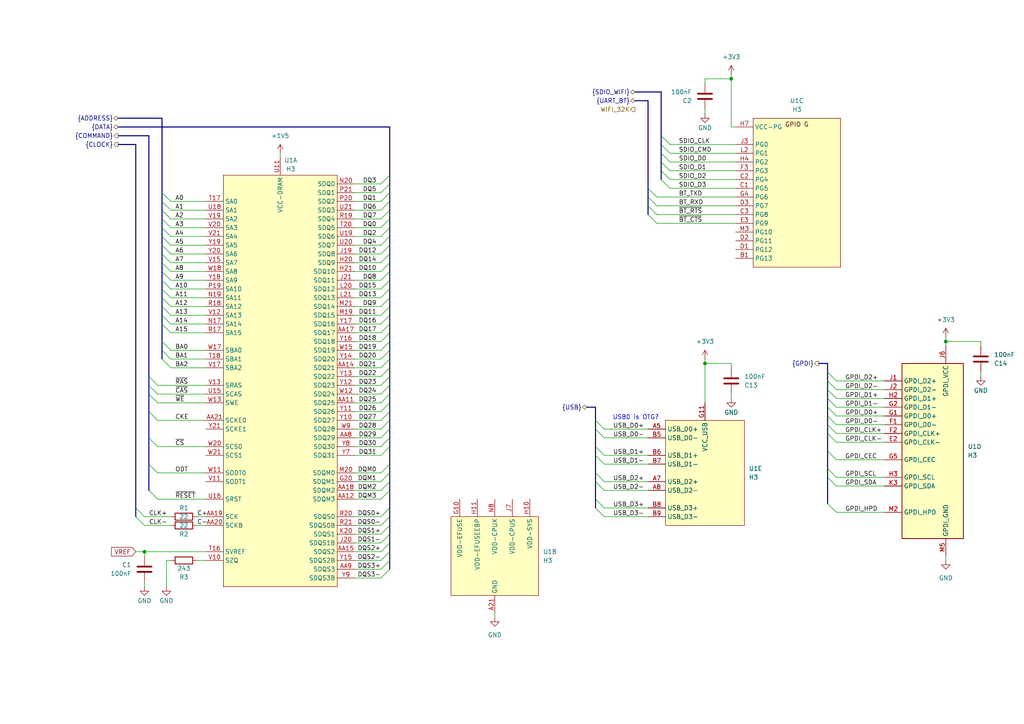
<source format=kicad_sch>
(kicad_sch (version 20250114) (generator "eeschema") (generator_version "9.0")
  (paper "A4")
  (text "USB0 is OTG?" (at 184.404 121.158 0) (effects (font (size 1.27 1.27))))
  (junction (at 212.09 22.86))
  (junction (at 274.32 99.06))
  (junction (at 204.47 105.41))
  (junction (at 41.91 160.02))
  (bus_entry (at 49.53 63.5) (size -2.54 -2.54))
  (bus_entry (at 242.57 123.19) (size -2.54 -2.54))
  (bus_entry (at 110.49 139.7) (size 2.54 -2.54))
  (bus_entry (at 194.31 41.91) (size -2.54 -2.54))
  (bus_entry (at 45.72 121.92) (size -2.54 -2.54))
  (bus_entry (at 110.49 93.98) (size 2.54 -2.54))
  (bus_entry (at 110.49 137.16) (size 2.54 -2.54))
  (bus_entry (at 110.49 154.94) (size 2.54 -2.54))
  (bus_entry (at 110.49 73.66) (size 2.54 -2.54))
  (bus_entry (at 45.72 114.3) (size -2.54 -2.54))
  (bus_entry (at 194.31 44.45) (size -2.54 -2.54))
  (bus_entry (at 242.57 110.49) (size -2.54 -2.54))
  (bus_entry (at 110.49 152.4) (size 2.54 -2.54))
  (bus_entry (at 110.49 149.86) (size 2.54 -2.54))
  (bus_entry (at 110.49 66.04) (size 2.54 -2.54))
  (bus_entry (at 242.57 128.27) (size -2.54 -2.54))
  (bus_entry (at 110.49 83.82) (size 2.54 -2.54))
  (bus_entry (at 110.49 76.2) (size 2.54 -2.54))
  (bus_entry (at 110.49 109.22) (size 2.54 -2.54))
  (bus_entry (at 190.5 64.77) (size -2.54 -2.54))
  (bus_entry (at 110.49 58.42) (size 2.54 -2.54))
  (bus_entry (at 110.49 121.92) (size 2.54 -2.54))
  (bus_entry (at 49.53 78.74) (size -2.54 -2.54))
  (bus_entry (at 110.49 106.68) (size 2.54 -2.54))
  (bus_entry (at 110.49 96.52) (size 2.54 -2.54))
  (bus_entry (at 110.49 132.08) (size 2.54 -2.54))
  (bus_entry (at 41.91 149.86) (size -2.54 -2.54))
  (bus_entry (at 49.53 96.52) (size -2.54 -2.54))
  (bus_entry (at 242.57 148.59) (size -2.54 -2.54))
  (bus_entry (at 110.49 162.56) (size 2.54 -2.54))
  (bus_entry (at 110.49 127) (size 2.54 -2.54))
  (bus_entry (at 242.57 118.11) (size -2.54 -2.54))
  (bus_entry (at 175.26 127) (size -2.54 -2.54))
  (bus_entry (at 45.72 137.16) (size -2.54 -2.54))
  (bus_entry (at 194.31 52.07) (size -2.54 -2.54))
  (bus_entry (at 49.53 104.14) (size -2.54 -2.54))
  (bus_entry (at 110.49 68.58) (size 2.54 -2.54))
  (bus_entry (at 49.53 73.66) (size -2.54 -2.54))
  (bus_entry (at 49.53 83.82) (size -2.54 -2.54))
  (bus_entry (at 175.26 139.7) (size -2.54 -2.54))
  (bus_entry (at 242.57 115.57) (size -2.54 -2.54))
  (bus_entry (at 49.53 91.44) (size -2.54 -2.54))
  (bus_entry (at 110.49 129.54) (size 2.54 -2.54))
  (bus_entry (at 242.57 125.73) (size -2.54 -2.54))
  (bus_entry (at 45.72 129.54) (size -2.54 -2.54))
  (bus_entry (at 43.18 142.24) (size 2.54 2.54))
  (bus_entry (at 242.57 138.43) (size -2.54 -2.54))
  (bus_entry (at 49.53 66.04) (size -2.54 -2.54))
  (bus_entry (at 110.49 91.44) (size 2.54 -2.54))
  (bus_entry (at 49.53 93.98) (size -2.54 -2.54))
  (bus_entry (at 110.49 78.74) (size 2.54 -2.54))
  (bus_entry (at 110.49 142.24) (size 2.54 -2.54))
  (bus_entry (at 110.49 101.6) (size 2.54 -2.54))
  (bus_entry (at 110.49 111.76) (size 2.54 -2.54))
  (bus_entry (at 175.26 142.24) (size -2.54 -2.54))
  (bus_entry (at 194.31 46.99) (size -2.54 -2.54))
  (bus_entry (at 49.53 71.12) (size -2.54 -2.54))
  (bus_entry (at 49.53 76.2) (size -2.54 -2.54))
  (bus_entry (at 45.72 116.84) (size -2.54 -2.54))
  (bus_entry (at 242.57 120.65) (size -2.54 -2.54))
  (bus_entry (at 110.49 71.12) (size 2.54 -2.54))
  (bus_entry (at 49.53 88.9) (size -2.54 -2.54))
  (bus_entry (at 175.26 149.86) (size -2.54 -2.54))
  (bus_entry (at 110.49 124.46) (size 2.54 -2.54))
  (bus_entry (at 110.49 60.96) (size 2.54 -2.54))
  (bus_entry (at 110.49 116.84) (size 2.54 -2.54))
  (bus_entry (at 110.49 53.34) (size 2.54 -2.54))
  (bus_entry (at 110.49 99.06) (size 2.54 -2.54))
  (bus_entry (at 110.49 119.38) (size 2.54 -2.54))
  (bus_entry (at 110.49 160.02) (size 2.54 -2.54))
  (bus_entry (at 175.26 147.32) (size -2.54 -2.54))
  (bus_entry (at 175.26 124.46) (size -2.54 -2.54))
  (bus_entry (at 49.53 106.68) (size -2.54 -2.54))
  (bus_entry (at 110.49 63.5) (size 2.54 -2.54))
  (bus_entry (at 242.57 140.97) (size -2.54 -2.54))
  (bus_entry (at 194.31 54.61) (size -2.54 -2.54))
  (bus_entry (at 45.72 111.76) (size -2.54 -2.54))
  (bus_entry (at 190.5 57.15) (size -2.54 -2.54))
  (bus_entry (at 242.57 113.03) (size -2.54 -2.54))
  (bus_entry (at 110.49 104.14) (size 2.54 -2.54))
  (bus_entry (at 41.91 152.4) (size -2.54 -2.54))
  (bus_entry (at 49.53 86.36) (size -2.54 -2.54))
  (bus_entry (at 110.49 167.64) (size 2.54 -2.54))
  (bus_entry (at 110.49 55.88) (size 2.54 -2.54))
  (bus_entry (at 49.53 60.96) (size -2.54 -2.54))
  (bus_entry (at 49.53 58.42) (size -2.54 -2.54))
  (bus_entry (at 242.57 133.35) (size -2.54 -2.54))
  (bus_entry (at 190.5 62.23) (size -2.54 -2.54))
  (bus_entry (at 110.49 157.48) (size 2.54 -2.54))
  (bus_entry (at 110.49 144.78) (size 2.54 -2.54))
  (bus_entry (at 110.49 81.28) (size 2.54 -2.54))
  (bus_entry (at 49.53 81.28) (size -2.54 -2.54))
  (bus_entry (at 110.49 114.3) (size 2.54 -2.54))
  (bus_entry (at 110.49 86.36) (size 2.54 -2.54))
  (bus_entry (at 190.5 59.69) (size -2.54 -2.54))
  (bus_entry (at 175.26 134.62) (size -2.54 -2.54))
  (bus_entry (at 175.26 132.08) (size -2.54 -2.54))
  (bus_entry (at 110.49 165.1) (size 2.54 -2.54))
  (bus_entry (at 49.53 68.58) (size -2.54 -2.54))
  (bus_entry (at 110.49 88.9) (size 2.54 -2.54))
  (bus_entry (at 194.31 49.53) (size -2.54 -2.54))
  (bus_entry (at 49.53 101.6) (size -2.54 -2.54))
  (bus (pts (xy 113.03 66.04) (xy 113.03 63.5)))
  (wire (pts (xy 102.87 71.12) (xy 110.49 71.12)))
  (wire (pts (xy 102.87 91.44) (xy 110.49 91.44)))
  (bus (pts (xy 191.77 46.99) (xy 191.77 44.45)))
  (bus (pts (xy 113.03 83.82) (xy 113.03 81.28)))
  (wire (pts (xy 204.47 105.41) (xy 212.09 105.41)))
  (wire (pts (xy 102.87 55.88) (xy 110.49 55.88)))
  (bus (pts (xy 46.99 99.06) (xy 46.99 93.98)))
  (bus (pts (xy 46.99 101.6) (xy 46.99 99.06)))
  (bus (pts (xy 113.03 36.83) (xy 34.29 36.83)))
  (bus (pts (xy 191.77 44.45) (xy 191.77 41.91)))
  (wire (pts (xy 45.72 137.16) (xy 59.69 137.16)))
  (wire (pts (xy 45.72 144.78) (xy 59.69 144.78)))
  (bus (pts (xy 43.18 142.24) (xy 43.18 134.62)))
  (wire (pts (xy 102.87 88.9) (xy 110.49 88.9)))
  (wire (pts (xy 204.47 105.41) (xy 204.47 116.84)))
  (bus (pts (xy 46.99 81.28) (xy 46.99 78.74)))
  (bus (pts (xy 43.18 111.76) (xy 43.18 109.22)))
  (bus (pts (xy 46.99 66.04) (xy 46.99 63.5)))
  (wire (pts (xy 41.91 152.4) (xy 49.53 152.4)))
  (bus (pts (xy 113.03 121.92) (xy 113.03 119.38)))
  (wire (pts (xy 81.28 44.45) (xy 81.28 45.72)))
  (wire (pts (xy 102.87 160.02) (xy 110.49 160.02)))
  (wire (pts (xy 57.15 162.56) (xy 59.69 162.56)))
  (bus (pts (xy 113.03 55.88) (xy 113.03 53.34)))
  (bus (pts (xy 39.37 147.32) (xy 39.37 41.91)))
  (bus (pts (xy 113.03 160.02) (xy 113.03 157.48)))
  (wire (pts (xy 41.91 160.02) (xy 41.91 161.29)))
  (bus (pts (xy 43.18 114.3) (xy 43.18 111.76)))
  (wire (pts (xy 102.87 162.56) (xy 110.49 162.56)))
  (wire (pts (xy 102.87 78.74) (xy 110.49 78.74)))
  (wire (pts (xy 102.87 106.68) (xy 110.49 106.68)))
  (bus (pts (xy 113.03 88.9) (xy 113.03 86.36)))
  (bus (pts (xy 113.03 124.46) (xy 113.03 121.92)))
  (wire (pts (xy 49.53 66.04) (xy 59.69 66.04)))
  (wire (pts (xy 102.87 58.42) (xy 110.49 58.42)))
  (bus (pts (xy 113.03 134.62) (xy 113.03 129.54)))
  (bus (pts (xy 46.99 73.66) (xy 46.99 71.12)))
  (bus (pts (xy 187.96 57.15) (xy 187.96 54.61)))
  (bus (pts (xy 172.72 132.08) (xy 172.72 129.54)))
  (wire (pts (xy 102.87 139.7) (xy 110.49 139.7)))
  (wire (pts (xy 204.47 31.75) (xy 204.47 33.02)))
  (bus (pts (xy 240.03 118.11) (xy 240.03 115.57)))
  (wire (pts (xy 274.32 161.29) (xy 274.32 162.56)))
  (bus (pts (xy 113.03 91.44) (xy 113.03 88.9)))
  (wire (pts (xy 102.87 81.28) (xy 110.49 81.28)))
  (bus (pts (xy 240.03 146.05) (xy 240.03 138.43)))
  (bus (pts (xy 191.77 39.37) (xy 191.77 26.67)))
  (wire (pts (xy 102.87 142.24) (xy 110.49 142.24)))
  (bus (pts (xy 39.37 149.86) (xy 39.37 147.32)))
  (bus (pts (xy 113.03 86.36) (xy 113.03 83.82)))
  (bus (pts (xy 113.03 53.34) (xy 113.03 50.8)))
  (wire (pts (xy 102.87 63.5) (xy 110.49 63.5)))
  (bus (pts (xy 187.96 29.21) (xy 184.15 29.21)))
  (wire (pts (xy 49.53 86.36) (xy 59.69 86.36)))
  (bus (pts (xy 113.03 129.54) (xy 113.03 127)))
  (wire (pts (xy 242.57 133.35) (xy 256.54 133.35)))
  (bus (pts (xy 113.03 142.24) (xy 113.03 139.7)))
  (bus (pts (xy 240.03 115.57) (xy 240.03 113.03)))
  (bus (pts (xy 46.99 60.96) (xy 46.99 58.42)))
  (bus (pts (xy 43.18 127) (xy 43.18 119.38)))
  (wire (pts (xy 45.72 111.76) (xy 59.69 111.76)))
  (wire (pts (xy 242.57 148.59) (xy 256.54 148.59)))
  (bus (pts (xy 46.99 93.98) (xy 46.99 91.44)))
  (wire (pts (xy 175.26 147.32) (xy 187.96 147.32)))
  (wire (pts (xy 175.26 124.46) (xy 187.96 124.46)))
  (bus (pts (xy 113.03 109.22) (xy 113.03 106.68)))
  (bus (pts (xy 113.03 101.6) (xy 113.03 99.06)))
  (wire (pts (xy 242.57 128.27) (xy 256.54 128.27)))
  (bus (pts (xy 113.03 99.06) (xy 113.03 96.52)))
  (bus (pts (xy 39.37 41.91) (xy 34.29 41.91)))
  (bus (pts (xy 113.03 71.12) (xy 113.03 68.58)))
  (bus (pts (xy 113.03 93.98) (xy 113.03 91.44)))
  (wire (pts (xy 102.87 167.64) (xy 110.49 167.64)))
  (wire (pts (xy 45.72 129.54) (xy 59.69 129.54)))
  (wire (pts (xy 102.87 111.76) (xy 110.49 111.76)))
  (bus (pts (xy 172.72 137.16) (xy 172.72 132.08)))
  (wire (pts (xy 57.15 149.86) (xy 59.69 149.86)))
  (bus (pts (xy 113.03 154.94) (xy 113.03 152.4)))
  (bus (pts (xy 113.03 162.56) (xy 113.03 160.02)))
  (bus (pts (xy 172.72 124.46) (xy 172.72 121.92)))
  (wire (pts (xy 41.91 149.86) (xy 49.53 149.86)))
  (wire (pts (xy 41.91 168.91) (xy 41.91 170.18)))
  (bus (pts (xy 172.72 139.7) (xy 172.72 137.16)))
  (wire (pts (xy 175.26 134.62) (xy 187.96 134.62)))
  (wire (pts (xy 49.53 88.9) (xy 59.69 88.9)))
  (bus (pts (xy 113.03 137.16) (xy 113.03 134.62)))
  (wire (pts (xy 102.87 109.22) (xy 110.49 109.22)))
  (wire (pts (xy 48.26 162.56) (xy 49.53 162.56)))
  (bus (pts (xy 113.03 73.66) (xy 113.03 71.12)))
  (wire (pts (xy 212.09 21.59) (xy 212.09 22.86)))
  (wire (pts (xy 41.91 160.02) (xy 59.69 160.02)))
  (wire (pts (xy 49.53 68.58) (xy 59.69 68.58)))
  (wire (pts (xy 57.15 152.4) (xy 59.69 152.4)))
  (bus (pts (xy 43.18 134.62) (xy 43.18 127)))
  (bus (pts (xy 240.03 125.73) (xy 240.03 123.19)))
  (bus (pts (xy 113.03 147.32) (xy 113.03 142.24)))
  (wire (pts (xy 242.57 120.65) (xy 256.54 120.65)))
  (wire (pts (xy 49.53 58.42) (xy 59.69 58.42)))
  (bus (pts (xy 46.99 83.82) (xy 46.99 81.28)))
  (bus (pts (xy 240.03 130.81) (xy 240.03 125.73)))
  (wire (pts (xy 102.87 96.52) (xy 110.49 96.52)))
  (bus (pts (xy 43.18 119.38) (xy 43.18 114.3)))
  (wire (pts (xy 102.87 144.78) (xy 110.49 144.78)))
  (wire (pts (xy 48.26 170.18) (xy 48.26 162.56)))
  (wire (pts (xy 102.87 73.66) (xy 110.49 73.66)))
  (bus (pts (xy 191.77 52.07) (xy 191.77 49.53)))
  (wire (pts (xy 242.57 118.11) (xy 256.54 118.11)))
  (bus (pts (xy 113.03 119.38) (xy 113.03 116.84)))
  (wire (pts (xy 284.48 99.06) (xy 284.48 100.33)))
  (wire (pts (xy 102.87 154.94) (xy 110.49 154.94)))
  (wire (pts (xy 102.87 132.08) (xy 110.49 132.08)))
  (bus (pts (xy 240.03 107.95) (xy 240.03 105.41)))
  (bus (pts (xy 46.99 71.12) (xy 46.99 68.58)))
  (wire (pts (xy 102.87 165.1) (xy 110.49 165.1)))
  (bus (pts (xy 113.03 157.48) (xy 113.03 154.94)))
  (wire (pts (xy 102.87 101.6) (xy 110.49 101.6)))
  (bus (pts (xy 46.99 63.5) (xy 46.99 60.96)))
  (wire (pts (xy 102.87 116.84) (xy 110.49 116.84)))
  (bus (pts (xy 240.03 135.89) (xy 240.03 130.81)))
  (bus (pts (xy 172.72 144.78) (xy 172.72 139.7)))
  (bus (pts (xy 172.72 121.92) (xy 172.72 118.11)))
  (wire (pts (xy 102.87 114.3) (xy 110.49 114.3)))
  (wire (pts (xy 212.09 114.3) (xy 212.09 115.57)))
  (bus (pts (xy 240.03 123.19) (xy 240.03 120.65)))
  (wire (pts (xy 175.26 127) (xy 187.96 127)))
  (bus (pts (xy 113.03 81.28) (xy 113.03 78.74)))
  (wire (pts (xy 102.87 83.82) (xy 110.49 83.82)))
  (wire (pts (xy 175.26 149.86) (xy 187.96 149.86)))
  (wire (pts (xy 102.87 93.98) (xy 110.49 93.98)))
  (wire (pts (xy 190.5 59.69) (xy 213.36 59.69)))
  (bus (pts (xy 113.03 68.58) (xy 113.03 66.04)))
  (bus (pts (xy 46.99 34.29) (xy 34.29 34.29)))
  (bus (pts (xy 191.77 49.53) (xy 191.77 46.99)))
  (bus (pts (xy 113.03 78.74) (xy 113.03 76.2)))
  (wire (pts (xy 49.53 63.5) (xy 59.69 63.5)))
  (wire (pts (xy 49.53 78.74) (xy 59.69 78.74)))
  (bus (pts (xy 46.99 88.9) (xy 46.99 86.36)))
  (wire (pts (xy 194.31 44.45) (xy 213.36 44.45)))
  (wire (pts (xy 41.91 160.02) (xy 39.37 160.02)))
  (bus (pts (xy 113.03 111.76) (xy 113.03 109.22)))
  (bus (pts (xy 113.03 50.8) (xy 113.03 36.83)))
  (bus (pts (xy 187.96 62.23) (xy 187.96 59.69)))
  (wire (pts (xy 49.53 104.14) (xy 59.69 104.14)))
  (wire (pts (xy 49.53 71.12) (xy 59.69 71.12)))
  (wire (pts (xy 49.53 101.6) (xy 59.69 101.6)))
  (wire (pts (xy 49.53 83.82) (xy 59.69 83.82)))
  (bus (pts (xy 172.72 118.11) (xy 170.18 118.11)))
  (wire (pts (xy 49.53 91.44) (xy 59.69 91.44)))
  (bus (pts (xy 113.03 114.3) (xy 113.03 111.76)))
  (bus (pts (xy 113.03 165.1) (xy 113.03 162.56)))
  (bus (pts (xy 113.03 152.4) (xy 113.03 149.86)))
  (bus (pts (xy 46.99 55.88) (xy 46.99 34.29)))
  (bus (pts (xy 113.03 104.14) (xy 113.03 101.6)))
  (wire (pts (xy 45.72 114.3) (xy 59.69 114.3)))
  (bus (pts (xy 187.96 54.61) (xy 187.96 29.21)))
  (wire (pts (xy 102.87 149.86) (xy 110.49 149.86)))
  (wire (pts (xy 143.51 177.8) (xy 143.51 179.07)))
  (bus (pts (xy 43.18 109.22) (xy 43.18 39.37)))
  (wire (pts (xy 49.53 76.2) (xy 59.69 76.2)))
  (wire (pts (xy 175.26 142.24) (xy 187.96 142.24)))
  (wire (pts (xy 102.87 119.38) (xy 110.49 119.38)))
  (bus (pts (xy 43.18 39.37) (xy 34.29 39.37)))
  (bus (pts (xy 240.03 105.41) (xy 237.49 105.41)))
  (wire (pts (xy 274.32 99.06) (xy 274.32 97.79)))
  (bus (pts (xy 113.03 60.96) (xy 113.03 58.42)))
  (wire (pts (xy 190.5 62.23) (xy 213.36 62.23)))
  (wire (pts (xy 242.57 113.03) (xy 256.54 113.03)))
  (bus (pts (xy 113.03 76.2) (xy 113.03 73.66)))
  (wire (pts (xy 49.53 73.66) (xy 59.69 73.66)))
  (bus (pts (xy 172.72 147.32) (xy 172.72 144.78)))
  (bus (pts (xy 172.72 129.54) (xy 172.72 124.46)))
  (bus (pts (xy 113.03 63.5) (xy 113.03 60.96)))
  (bus (pts (xy 113.03 149.86) (xy 113.03 147.32)))
  (wire (pts (xy 274.32 99.06) (xy 284.48 99.06)))
  (wire (pts (xy 102.87 104.14) (xy 110.49 104.14)))
  (wire (pts (xy 49.53 81.28) (xy 59.69 81.28)))
  (bus (pts (xy 240.03 113.03) (xy 240.03 110.49)))
  (wire (pts (xy 190.5 57.15) (xy 213.36 57.15)))
  (wire (pts (xy 242.57 125.73) (xy 256.54 125.73)))
  (bus (pts (xy 240.03 120.65) (xy 240.03 118.11)))
  (wire (pts (xy 194.31 52.07) (xy 213.36 52.07)))
  (wire (pts (xy 102.87 152.4) (xy 110.49 152.4)))
  (bus (pts (xy 46.99 104.14) (xy 46.99 101.6)))
  (bus (pts (xy 46.99 86.36) (xy 46.99 83.82)))
  (bus (pts (xy 191.77 41.91) (xy 191.77 39.37)))
  (wire (pts (xy 190.5 64.77) (xy 213.36 64.77)))
  (bus (pts (xy 46.99 91.44) (xy 46.99 88.9)))
  (bus (pts (xy 113.03 58.42) (xy 113.03 55.88)))
  (wire (pts (xy 212.09 36.83) (xy 213.36 36.83)))
  (bus (pts (xy 113.03 127) (xy 113.03 124.46)))
  (bus (pts (xy 113.03 106.68) (xy 113.03 104.14)))
  (bus (pts (xy 187.96 59.69) (xy 187.96 57.15)))
  (wire (pts (xy 102.87 86.36) (xy 110.49 86.36)))
  (wire (pts (xy 204.47 22.86) (xy 204.47 24.13)))
  (wire (pts (xy 242.57 140.97) (xy 256.54 140.97)))
  (bus (pts (xy 46.99 78.74) (xy 46.99 76.2)))
  (wire (pts (xy 175.26 139.7) (xy 187.96 139.7)))
  (wire (pts (xy 102.87 129.54) (xy 110.49 129.54)))
  (wire (pts (xy 242.57 110.49) (xy 256.54 110.49)))
  (bus (pts (xy 113.03 139.7) (xy 113.03 137.16)))
  (bus (pts (xy 46.99 76.2) (xy 46.99 73.66)))
  (wire (pts (xy 194.31 49.53) (xy 213.36 49.53)))
  (wire (pts (xy 175.26 132.08) (xy 187.96 132.08)))
  (wire (pts (xy 194.31 54.61) (xy 213.36 54.61)))
  (wire (pts (xy 204.47 104.14) (xy 204.47 105.41)))
  (bus (pts (xy 113.03 96.52) (xy 113.03 93.98)))
  (wire (pts (xy 49.53 93.98) (xy 59.69 93.98)))
  (wire (pts (xy 194.31 41.91) (xy 213.36 41.91)))
  (wire (pts (xy 102.87 157.48) (xy 110.49 157.48)))
  (wire (pts (xy 102.87 124.46) (xy 110.49 124.46)))
  (wire (pts (xy 102.87 76.2) (xy 110.49 76.2)))
  (bus (pts (xy 46.99 58.42) (xy 46.99 55.88)))
  (wire (pts (xy 102.87 60.96) (xy 110.49 60.96)))
  (wire (pts (xy 212.09 22.86) (xy 212.09 36.83)))
  (wire (pts (xy 45.72 116.84) (xy 59.69 116.84)))
  (wire (pts (xy 212.09 105.41) (xy 212.09 106.68)))
  (bus (pts (xy 240.03 138.43) (xy 240.03 135.89)))
  (wire (pts (xy 102.87 99.06) (xy 110.49 99.06)))
  (wire (pts (xy 102.87 66.04) (xy 110.49 66.04)))
  (wire (pts (xy 45.72 121.92) (xy 59.69 121.92)))
  (bus (pts (xy 191.77 26.67) (xy 184.15 26.67)))
  (wire (pts (xy 242.57 138.43) (xy 256.54 138.43)))
  (wire (pts (xy 242.57 115.57) (xy 256.54 115.57)))
  (bus (pts (xy 240.03 110.49) (xy 240.03 107.95)))
  (wire (pts (xy 102.87 53.34) (xy 110.49 53.34)))
  (wire (pts (xy 102.87 121.92) (xy 110.49 121.92)))
  (wire (pts (xy 49.53 106.68) (xy 59.69 106.68)))
  (wire (pts (xy 49.53 96.52) (xy 59.69 96.52)))
  (wire (pts (xy 242.57 123.19) (xy 256.54 123.19)))
  (bus (pts (xy 113.03 116.84) (xy 113.03 114.3)))
  (wire (pts (xy 102.87 137.16) (xy 110.49 137.16)))
  (bus (pts (xy 46.99 68.58) (xy 46.99 66.04)))
  (wire (pts (xy 102.87 68.58) (xy 110.49 68.58)))
  (wire (pts (xy 284.48 107.95) (xy 284.48 109.22)))
  (wire (pts (xy 204.47 22.86) (xy 212.09 22.86)))
  (wire (pts (xy 102.87 127) (xy 110.49 127)))
  (wire (pts (xy 194.31 46.99) (xy 213.36 46.99)))
  (wire (pts (xy 274.32 99.06) (xy 274.32 100.33)))
  (wire (pts (xy 49.53 60.96) (xy 59.69 60.96)))
  (label "DQ6" (at 109.22 60.96 180))
  (label "DQM3" (at 109.22 144.78 180))
  (label "~{BT_CTS}" (at 196.85 64.77 0))
  (label "DQ9" (at 109.22 88.9 180))
  (label "DQS0-" (at 110.49 152.4 180))
  (label "A7" (at 50.8 76.2 0))
  (label "DQ5" (at 109.22 55.88 180))
  (label "DQ27" (at 109.22 121.92 180))
  (label "DQ11" (at 109.22 91.44 180))
  (label "A5" (at 50.8 71.12 0))
  (label "GPDI_D1-" (at 245.11 118.11 0))
  (label "SDIO_D0" (at 196.85 46.99 0))
  (label "GPDI_HPD" (at 245.11 148.59 0))
  (label "SDIO_D1" (at 196.85 49.53 0))
  (label "~{CAS}" (at 50.8 114.3 0))
  (label "CLK+" (at 43.18 149.86 0))
  (label "GPDI_SDA" (at 245.11 140.97 0))
  (label "~{BT_RTS}" (at 196.85 62.23 0))
  (label "DQM0" (at 109.22 137.16 180))
  (label "BT_TXD" (at 196.85 57.15 0))
  (label "DQ23" (at 109.22 111.76 180))
  (label "USB_D2+" (at 177.8 139.7 0))
  (label "DQS3+" (at 110.49 165.1 180))
  (label "DQ31" (at 109.22 132.08 180))
  (label "A0" (at 50.8 58.42 0))
  (label "DQ2" (at 109.22 68.58 180))
  (label "SDIO_CMD" (at 196.85 44.45 0))
  (label "DQ0" (at 109.22 66.04 180))
  (label "A1" (at 50.8 60.96 0))
  (label "GPDI_D2-" (at 245.11 113.03 0))
  (label "USB_D0-" (at 177.8 127 0))
  (label "~{RAS}" (at 50.8 111.76 0))
  (label "DQS1-" (at 110.49 157.48 180))
  (label "DQ12" (at 109.22 73.66 180))
  (label "DQS2+" (at 110.49 160.02 180))
  (label "USB_D3-" (at 177.8 149.86 0))
  (label "DQ7" (at 109.22 63.5 180))
  (label "DQ10" (at 109.22 78.74 180))
  (label "GPDI_CLK-" (at 245.11 128.27 0))
  (label "DQ19" (at 109.22 101.6 180))
  (label "DQ14" (at 109.22 76.2 180))
  (label "A3" (at 50.8 66.04 0))
  (label "A10" (at 50.8 83.82 0))
  (label "A9" (at 50.8 81.28 0))
  (label "DQM1" (at 109.22 139.7 180))
  (label "USB_D2-" (at 177.8 142.24 0))
  (label "A11" (at 50.8 86.36 0))
  (label "~{RESET}" (at 50.8 144.78 0))
  (label "USB_D0+" (at 177.8 124.46 0))
  (label "A6" (at 50.8 73.66 0))
  (label "A15" (at 50.8 96.52 0))
  (label "~{CS}" (at 50.8 129.54 0))
  (label "GPDI_CLK+" (at 245.11 125.73 0))
  (label "DQ30" (at 109.22 129.54 180))
  (label "SDIO_D2" (at 196.85 52.07 0))
  (label "DQ20" (at 109.22 104.14 180))
  (label "A13" (at 50.8 91.44 0))
  (label "DQ1" (at 109.22 58.42 180))
  (label "GPDI_CEC" (at 245.11 133.35 0))
  (label "GPDI_D2+" (at 245.11 110.49 0))
  (label "DQ24" (at 109.22 114.3 180))
  (label "BA0" (at 50.8 101.6 0))
  (label "DQS0+" (at 110.49 149.86 180))
  (label "A4" (at 50.8 68.58 0))
  (label "DQ21" (at 109.22 106.68 180))
  (label "GPDI_D0-" (at 245.11 123.19 0))
  (label "DQ22" (at 109.22 109.22 180))
  (label "DQ13" (at 109.22 86.36 180))
  (label "DQ26" (at 109.22 119.38 180))
  (label "GPDI_D1+" (at 245.11 115.57 0))
  (label "USB_D1+" (at 177.8 132.08 0))
  (label "A8" (at 50.8 78.74 0))
  (label "A2" (at 50.8 63.5 0))
  (label "GPDI_D0+" (at 245.11 120.65 0))
  (label "DQ16" (at 109.22 93.98 180))
  (label "DQ18" (at 109.22 99.06 180))
  (label "BT_RXD" (at 196.85 59.69 0))
  (label "DQ17" (at 109.22 96.52 180))
  (label "SDIO_CLK" (at 196.85 41.91 0))
  (label "USB_D3+" (at 177.8 147.32 0))
  (label "DQ3" (at 109.22 53.34 180))
  (label "DQS2-" (at 110.49 162.56 180))
  (label "SDIO_D3" (at 196.85 54.61 0))
  (label "USB_D1-" (at 177.8 134.62 0))
  (label "DQS3-" (at 110.49 167.64 180))
  (label "DQS1+" (at 110.49 154.94 180))
  (label "C+" (at 57.15 149.86 0))
  (label "DQ4" (at 109.22 71.12 180))
  (label "A14" (at 50.8 93.98 0))
  (label "DQ29" (at 109.22 127 180))
  (label "DQ8" (at 109.22 81.28 180))
  (label "ODT" (at 50.8 137.16 0))
  (label "BA2" (at 50.8 106.68 0))
  (label "CLK-" (at 43.18 152.4 0))
  (label "CKE" (at 50.8 121.92 0))
  (label "DQ15" (at 109.22 83.82 180))
  (label "~{WE}" (at 50.8 116.84 0))
  (label "BA1" (at 50.8 104.14 0))
  (label "GPDI_SCL" (at 245.11 138.43 0))
  (label "DQM2" (at 109.22 142.24 180))
  (label "A12" (at 50.8 88.9 0))
  (label "DQ25" (at 109.22 116.84 180))
  (label "C-" (at 57.15 152.4 0))
  (label "DQ28" (at 109.22 124.46 180))
  (global_label "VREF" (shape input) (at 39.37 160.02 180) (property "Intersheetrefs" "${INTERSHEET_REFS}" (effects (hide yes))))
  (hierarchical_label "{USB}" (shape bidirectional) (at 170.18 118.11 180))
  (hierarchical_label "{DATA}" (shape bidirectional) (at 34.29 36.83 180))
  (hierarchical_label "{ADDRESS}" (shape bidirectional) (at 34.29 34.29 180))
  (hierarchical_label "{UART_BT}" (shape bidirectional) (at 184.15 29.21 180))
  (hierarchical_label "{SDIO_WIFI}" (shape bidirectional) (at 184.15 26.67 180))
  (hierarchical_label "{CLOCK}" (shape output) (at 34.29 41.91 180))
  (hierarchical_label "{COMMAND}" (shape output) (at 34.29 39.37 180))
  (hierarchical_label "WIFI_32K" (shape output) (at 184.15 31.75 180))
  (hierarchical_label "{GPDI}" (shape output) (at 237.49 105.41 180))
  (symbol (lib_id "power:GND") (at 48.26 170.18 0) (mirror y) (unit 1)
    (property "Reference" "#PWR02" (effects (hide yes)))
    (property "Value" "GND" (at 48.26 174.244 0))
    (property "Description" "Power symbol creates a global label with name \"GND\" , ground" (effects (hide yes)))
  )
  (symbol (lib_id "power:GND") (at 212.09 115.57 0) (mirror y) (unit 1)
    (property "Reference" "#PWR023" (effects (hide yes)))
    (property "Value" "GND" (at 212.09 119.634 0))
    (property "Description" "Power symbol creates a global label with name \"GND\" , ground" (effects (hide yes)))
  )
  (symbol (lib_id "power:+3V3") (at 212.09 21.59 0) (unit 1)
    (property "Reference" "#PWR06" (effects (hide yes)))
    (property "Value" "+3V3" (at 212.09 16.51 0))
    (property "Description" "Power symbol creates a global label with name \"+3V3\"" (effects (hide yes)))
  )
  (symbol (lib_id "power:GND") (at 284.48 109.22 0) (mirror y) (unit 1)
    (property "Reference" "#PWR027" (effects (hide yes)))
    (property "Value" "GND" (at 284.48 113.284 0))
    (property "Description" "Power symbol creates a global label with name \"GND\" , ground" (effects (hide yes)))
  )
  (symbol (lib_id "Device:R") (at 53.34 149.86 90) (unit 1)
    (property "Reference" "R1" (at 53.34 147.32 90))
    (property "Value" "22" (at 53.34 149.86 90))
    (property "Footprint" "Resistor_SMD:R_0402_1005Metric" (effects (hide yes)))
    (property "Description" "Resistor" (effects (hide yes)))
  )
  (symbol (lib_id "power:GND") (at 204.47 33.02 0) (unit 1)
    (property "Reference" "#PWR05" (effects (hide yes)))
    (property "Value" "GND" (at 204.47 37.084 0))
    (property "Description" "Power symbol creates a global label with name \"GND\" , ground" (effects (hide yes)))
  )
  (symbol (lib_id "power:GND") (at 274.32 162.56 0) (unit 1)
    (property "Reference" "#PWR025" (effects (hide yes)))
    (property "Value" "GND" (at 274.32 167.64 0))
    (property "Description" "Power symbol creates a global label with name \"GND\" , ground" (effects (hide yes)))
  )
  (symbol (lib_id "cm0:H3") (at 81.28 113.03 0) (unit 1)
    (property "Reference" "U1" (at 84.328 46.482 0))
    (property "Value" "H3" (at 84.328 49.022 0))
    (property "Footprint" "cm0:FBGA-347_14x14mm_Layout21x21_P0.65mm" (effects (hide yes)))
    (property "Datasheet" "https://linux-sunxi.org/images/4/4b/Allwinner_H3_Datasheet_V1.2.pdf" (effects (hide yes)))
    (property "Description" "Allwinner Tech H3 Quad-Core Processor" (effects (hide yes)))
    (property "LCSC Part #" "C94644" (effects (hide yes)))
  )
  (symbol (lib_id "Device:R") (at 53.34 162.56 90) (mirror x) (unit 1)
    (property "Reference" "R3" (at 53.34 167.386 90))
    (property "Value" "243" (at 53.34 164.846 90))
    (property "Footprint" "Resistor_SMD:R_0603_1608Metric" (effects (hide yes)))
    (property "Description" "Resistor" (effects (hide yes)))
  )
  (symbol (lib_id "power:GND") (at 143.51 179.07 0) (unit 1)
    (property "Reference" "#PWR04" (effects (hide yes)))
    (property "Value" "GND" (at 143.51 184.15 0))
    (property "Description" "Power symbol creates a global label with name \"GND\" , ground" (effects (hide yes)))
  )
  (symbol (lib_id "Device:C") (at 41.91 165.1 0) (mirror y) (unit 1)
    (property "Reference" "C1" (at 38.1 163.8299 0) (effects (justify left)))
    (property "Value" "100nF" (at 38.1 166.3699 0) (effects (justify left)))
    (property "Footprint" "Capacitor_SMD:C_0402_1005Metric" (effects (hide yes)))
    (property "Description" "Unpolarized capacitor" (effects (hide yes)))
  )
  (symbol (lib_name "H3_1") (lib_id "cm0:H3") (at 231.14 55.88 0) (mirror y) (unit 3)
    (property "Reference" "U1" (at 231.14 29.21 0))
    (property "Value" "H3" (at 231.14 31.75 0))
    (property "Footprint" "cm0:FBGA-347_14x14mm_Layout21x21_P0.65mm" (effects (hide yes)))
    (property "Datasheet" "https://linux-sunxi.org/images/4/4b/Allwinner_H3_Datasheet_V1.2.pdf" (effects (hide yes)))
    (property "Description" "Allwinner Tech H3 Quad-Core Processor" (effects (hide yes)))
    (property "LCSC Part #" "C94644" (effects (hide yes)))
  )
  (symbol (lib_id "cm0:H3") (at 143.51 161.29 0) (unit 2)
    (property "Reference" "U1" (at 157.48 160.0199 0) (effects (justify left)))
    (property "Value" "H3" (at 157.48 162.5599 0) (effects (justify left)))
    (property "Footprint" "cm0:FBGA-347_14x14mm_Layout21x21_P0.65mm" (effects (hide yes)))
    (property "Datasheet" "https://linux-sunxi.org/images/4/4b/Allwinner_H3_Datasheet_V1.2.pdf" (effects (hide yes)))
    (property "Description" "Allwinner Tech H3 Quad-Core Processor" (effects (hide yes)))
    (property "LCSC Part #" "C94644" (effects (hide yes)))
  )
  (symbol (lib_id "Device:C") (at 204.47 27.94 180) (unit 1)
    (property "Reference" "C2" (at 200.66 29.2101 0) (effects (justify left)))
    (property "Value" "100nF" (at 200.66 26.6701 0) (effects (justify left)))
    (property "Footprint" "Capacitor_SMD:C_0402_1005Metric" (effects (hide yes)))
    (property "Description" "Unpolarized capacitor" (effects (hide yes)))
  )
  (symbol (lib_id "Device:R") (at 53.34 152.4 270) (unit 1)
    (property "Reference" "R2" (at 53.34 154.94 90))
    (property "Value" "22" (at 53.34 152.4 90))
    (property "Footprint" "Resistor_SMD:R_0402_1005Metric" (effects (hide yes)))
    (property "Description" "Resistor" (effects (hide yes)))
  )
  (symbol (lib_id "Device:C") (at 212.09 110.49 0) (mirror x) (unit 1)
    (property "Reference" "C13" (at 215.9 111.7601 0) (effects (justify left)))
    (property "Value" "100nF" (at 215.9 109.2201 0) (effects (justify left)))
    (property "Footprint" "Capacitor_SMD:C_0402_1005Metric" (effects (hide yes)))
    (property "Description" "Unpolarized capacitor" (effects (hide yes)))
  )
  (symbol (lib_id "cm0:H3") (at 204.47 137.16 0) (unit 5)
    (property "Reference" "U1" (at 217.17 135.8899 0) (effects (justify left)))
    (property "Value" "H3" (at 217.17 138.4299 0) (effects (justify left)))
    (property "Footprint" "cm0:FBGA-347_14x14mm_Layout21x21_P0.65mm" (effects (hide yes)))
    (property "Datasheet" "https://linux-sunxi.org/images/4/4b/Allwinner_H3_Datasheet_V1.2.pdf" (effects (hide yes)))
    (property "Description" "Allwinner Tech H3 Quad-Core Processor" (effects (hide yes)))
    (property "LCSC Part #" "C94644" (effects (hide yes)))
  )
  (symbol (lib_name "H3_2") (lib_id "cm0:H3") (at 270.51 130.81 0) (unit 4)
    (property "Reference" "U1" (at 280.67 129.5399 0) (effects (justify left)))
    (property "Value" "H3" (at 280.67 132.0799 0) (effects (justify left)))
    (property "Footprint" "cm0:FBGA-347_14x14mm_Layout21x21_P0.65mm" (effects (hide yes)))
    (property "Datasheet" "https://linux-sunxi.org/images/4/4b/Allwinner_H3_Datasheet_V1.2.pdf" (effects (hide yes)))
    (property "Description" "Allwinner Tech H3 Quad-Core Processor" (effects (hide yes)))
    (property "LCSC Part #" "C94644" (effects (hide yes)))
  )
  (symbol (lib_id "power:GND") (at 41.91 170.18 0) (mirror y) (unit 1)
    (property "Reference" "#PWR01" (effects (hide yes)))
    (property "Value" "GND" (at 41.91 174.244 0))
    (property "Description" "Power symbol creates a global label with name \"GND\" , ground" (effects (hide yes)))
  )
  (symbol (lib_id "power:+3V3") (at 204.47 104.14 0) (mirror y) (unit 1)
    (property "Reference" "#PWR024" (effects (hide yes)))
    (property "Value" "+3V3" (at 204.47 99.06 0))
    (property "Description" "Power symbol creates a global label with name \"+3V3\"" (effects (hide yes)))
  )
  (symbol (lib_id "Device:C") (at 284.48 104.14 0) (mirror x) (unit 1)
    (property "Reference" "C14" (at 288.29 105.4101 0) (effects (justify left)))
    (property "Value" "100nF" (at 288.29 102.8701 0) (effects (justify left)))
    (property "Footprint" "Capacitor_SMD:C_0402_1005Metric" (effects (hide yes)))
    (property "Description" "Unpolarized capacitor" (effects (hide yes)))
  )
  (symbol (lib_id "power:+3V3") (at 274.32 97.79 0) (mirror y) (unit 1)
    (property "Reference" "#PWR026" (effects (hide yes)))
    (property "Value" "+3V3" (at 274.32 92.71 0))
    (property "Description" "Power symbol creates a global label with name \"+3V3\"" (effects (hide yes)))
  )
  (symbol (lib_id "power:+1V5") (at 81.28 44.45 0) (unit 1)
    (property "Reference" "#PWR03" (effects (hide yes)))
    (property "Value" "+1V5" (at 81.28 39.37 0))
    (property "Description" "Power symbol creates a global label with name \"+1V5\"" (effects (hide yes)))
  )
)
</source>
